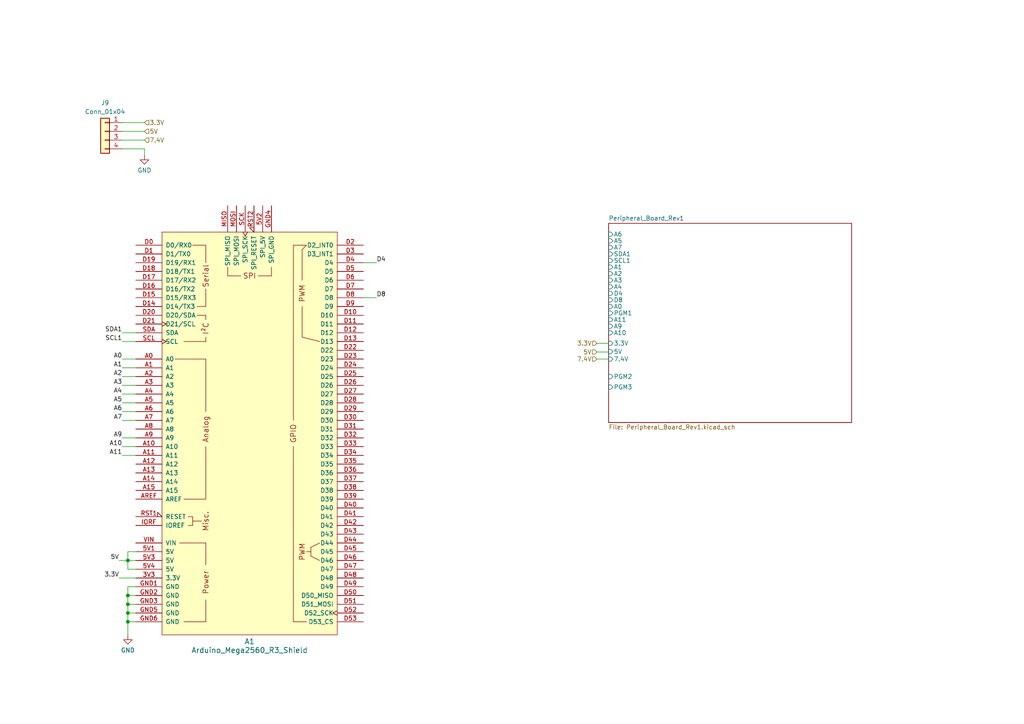
<source format=kicad_sch>
(kicad_sch (version 20230121) (generator eeschema)
  (paper "A4")
  (title_block (title "Suborbital Peripheral Board") (date "3/26/2024") (rev "1") (company "Rose SmallSat") (comment 1 "Author: Timothy Ausec '26"))
  (lib_symbols
    (symbol "Connector_Generic:Conn_01x04" (pin_names (offset 1.016) hide)
      (property "Reference" "J" (at 0 5.08 0))
      (property "Value" "Conn_01x04" (at 0 -7.62 0))
      (symbol "Conn_01x04_1_1"
        (rectangle (start -1.27 -4.953) (end 0 -5.207) (stroke (width 0.1524)))
        (rectangle (start -1.27 -2.413) (end 0 -2.667) (stroke (width 0.1524)))
        (rectangle (start -1.27 0.127) (end 0 -0.127) (stroke (width 0.1524)))
        (rectangle (start -1.27 2.667) (end 0 2.413) (stroke (width 0.1524)))
        (rectangle (start -1.27 3.81) (end 1.27 -6.35) (stroke (width 0.254)) (fill (type background)))
        (pin passive line (at -5.08 2.54 0) (length 3.81) (name "Pin_1") (number "1"))
        (pin passive line (at -5.08 0 0) (length 3.81) (name "Pin_2") (number "2"))
        (pin passive line (at -5.08 -2.54 0) (length 3.81) (name "Pin_3") (number "3"))
        (pin passive line (at -5.08 -5.08 0) (length 3.81) (name "Pin_4") (number "4"))
      )
    )
    (symbol "arduino-library:Arduino_Mega2560_R3_Shield" (pin_names (offset 1.016))
      (property "Reference" "A" (at 0 -62.23 0))
      (property "Value" "Arduino_Mega2560_R3_Shield" (at 0 -66.04 0))
      (symbol "Arduino_Mega2560_R3_Shield_0_0"
        (rectangle (start -25.4 -58.42) (end 25.4 58.42) (fill (type background)))
        (rectangle (start -20.32 -31.75) (end -12.7 -31.75))
        (rectangle (start -19.05 -54.61) (end -12.7 -54.61))
        (rectangle (start -19.05 -19.05) (end -12.7 -19.05))
        (rectangle (start -19.05 26.67) (end -12.7 26.67))
        (rectangle (start -17.78 -26.67) (end -16.51 -26.67))
        (rectangle (start -17.78 -24.13) (end -16.51 -24.13))
        (rectangle (start -16.51 -25.4) (end -13.97 -25.4))
        (rectangle (start -16.51 -24.13) (end -16.51 -26.67))
        (rectangle (start -16.51 54.61) (end -12.7 54.61))
        (rectangle (start -15.24 34.29) (end -12.7 34.29))
        (rectangle (start -15.24 36.83) (end -12.7 36.83))
        (rectangle (start -12.7 -54.61) (end -12.7 -48.26))
        (rectangle (start -12.7 -31.75) (end -12.7 -38.1))
        (rectangle (start -12.7 26.67) (end -12.7 27.94))
        (rectangle (start -12.7 34.29) (end -12.7 33.02))
        (rectangle (start -12.7 41.91) (end -12.7 36.83))
        (rectangle (start -12.7 49.53) (end -12.7 54.61))
        (rectangle (start -6.35 48.26) (end -6.35 45.72))
        (rectangle (start -2.54 45.72) (end -6.35 45.72))
        (polyline (pts (xy -21.59 21.59) (xy -12.7 21.59)))
        (polyline (pts (xy -12.7 -19.05) (xy -12.7 -3.81)))
        (polyline (pts (xy -12.7 6.35) (xy -12.7 21.59)))
        (polyline (pts (xy 12.7 -54.61) (xy 16.51 -54.61)))
        (polyline (pts (xy 12.7 54.61) (xy 16.51 54.61)))
        (polyline (pts (xy 17.78 -34.29) (xy 16.51 -34.29)))
        (polyline (pts (xy 15.24 36.83) (xy 15.24 27.94) (xy 20.32 26.67)))
        (polyline (pts (xy 15.24 44.45) (xy 15.24 53.34) (xy 16.51 54.61)))
        (polyline (pts (xy 20.32 -31.75) (xy 17.78 -33.02) (xy 17.78 -35.56) (xy 20.32 -36.83)))
        (rectangle (start 6.35 45.72) (end 2.54 45.72))
        (rectangle (start 6.35 48.26) (end 6.35 45.72))
        (text "Analog" (at -12.7 1.27 900) (effects (font (size 1.524 1.524))))
        (text "I²C" (at -12.7 30.48 900) (effects (font (size 1.524 1.524))))
        (text "Misc." (at -12.7 -25.4 900) (effects (font (size 1.524 1.524))))
        (text "Power" (at -12.7 -43.18 900) (effects (font (size 1.524 1.524))))
        (text "PWM" (at 15.24 -34.29 900) (effects (font (size 1.524 1.524))))
        (text "PWM" (at 15.24 40.64 900) (effects (font (size 1.524 1.524))))
        (text "Serial" (at -12.7 45.72 900) (effects (font (size 1.524 1.524))))
        (text "SPI" (at 0 45.72 0) (effects (font (size 1.524 1.524))))
      )
      (symbol "Arduino_Mega2560_R3_Shield_1_0"
        (rectangle (start 12.7 -54.61) (end 12.7 -3.81))
        (rectangle (start 12.7 54.61) (end 12.7 3.81))
        (text "GPIO" (at 12.7 0 900) (effects (font (size 1.524 1.524))))
      )
      (symbol "Arduino_Mega2560_R3_Shield_1_1"
        (pin power_out line (at -33.02 -41.91 0) (length 7.62) (name "3.3V") (number "3V3"))
        (pin power_in line (at -33.02 -34.29 0) (length 7.62) (name "5V") (number "5V1"))
        (pin power_in line (at 3.81 66.04 270) (length 7.62) (name "SPI_5V") (number "5V2"))
        (pin power_in line (at -33.02 -36.83 0) (length 7.62) (name "5V") (number "5V3"))
        (pin power_in line (at -33.02 -39.37 0) (length 7.62) (name "5V") (number "5V4"))
        (pin bidirectional line (at -33.02 21.59 0) (length 7.62) (name "A0") (number "A0"))
        (pin bidirectional line (at -33.02 19.05 0) (length 7.62) (name "A1") (number "A1"))
        (pin bidirectional line (at -33.02 -3.81 0) (length 7.62) (name "A10") (number "A10"))
        (pin bidirectional line (at -33.02 -6.35 0) (length 7.62) (name "A11") (number "A11"))
        (pin bidirectional line (at -33.02 -8.89 0) (length 7.62) (name "A12") (number "A12"))
        (pin bidirectional line (at -33.02 -11.43 0) (length 7.62) (name "A13") (number "A13"))
        (pin bidirectional line (at -33.02 -13.97 0) (length 7.62) (name "A14") (number "A14"))
        (pin bidirectional line (at -33.02 -16.51 0) (length 7.62) (name "A15") (number "A15"))
        (pin bidirectional line (at -33.02 16.51 0) (length 7.62) (name "A2") (number "A2"))
        (pin bidirectional line (at -33.02 13.97 0) (length 7.62) (name "A3") (number "A3"))
        (pin bidirectional line (at -33.02 11.43 0) (length 7.62) (name "A4") (number "A4"))
        (pin bidirectional line (at -33.02 8.89 0) (length 7.62) (name "A5") (number "A5"))
        (pin bidirectional line (at -33.02 6.35 0) (length 7.62) (name "A6") (number "A6"))
        (pin bidirectional line (at -33.02 3.81 0) (length 7.62) (name "A7") (number "A7"))
        (pin bidirectional line (at -33.02 1.27 0) (length 7.62) (name "A8") (number "A8"))
        (pin bidirectional line (at -33.02 -1.27 0) (length 7.62) (name "A9") (number "A9"))
        (pin input line (at -33.02 -19.05 0) (length 7.62) (name "AREF") (number "AREF"))
        (pin bidirectional line (at -33.02 54.61 0) (length 7.62) (name "D0/RX0") (number "D0"))
        (pin bidirectional line (at -33.02 52.07 0) (length 7.62) (name "D1/TX0") (number "D1"))
        (pin bidirectional line (at 33.02 34.29 180) (length 7.62) (name "D10") (number "D10"))
        (pin bidirectional line (at 33.02 31.75 180) (length 7.62) (name "D11") (number "D11"))
        (pin bidirectional line (at 33.02 29.21 180) (length 7.62) (name "D12") (number "D12"))
        (pin bidirectional line (at 33.02 26.67 180) (length 7.62) (name "D13") (number "D13"))
        (pin bidirectional line (at -33.02 36.83 0) (length 7.62) (name "D14/TX3") (number "D14"))
        (pin bidirectional line (at -33.02 39.37 0) (length 7.62) (name "D15/RX3") (number "D15"))
        (pin bidirectional line (at -33.02 41.91 0) (length 7.62) (name "D16/TX2") (number "D16"))
        (pin bidirectional line (at -33.02 44.45 0) (length 7.62) (name "D17/RX2") (number "D17"))
        (pin bidirectional line (at -33.02 46.99 0) (length 7.62) (name "D18/TX1") (number "D18"))
        (pin bidirectional line (at -33.02 49.53 0) (length 7.62) (name "D19/RX1") (number "D19"))
        (pin bidirectional line (at 33.02 54.61 180) (length 7.62) (name "D2_INT0") (number "D2"))
        (pin bidirectional line (at -33.02 34.29 0) (length 7.62) (name "D20/SDA") (number "D20"))
        (pin bidirectional clock (at -33.02 31.75 0) (length 7.62) (name "D21/SCL") (number "D21"))
        (pin bidirectional line (at 33.02 24.13 180) (length 7.62) (name "D22") (number "D22"))
        (pin bidirectional line (at 33.02 21.59 180) (length 7.62) (name "D23") (number "D23"))
        (pin bidirectional line (at 33.02 19.05 180) (length 7.62) (name "D24") (number "D24"))
        (pin bidirectional line (at 33.02 16.51 180) (length 7.62) (name "D25") (number "D25"))
        (pin bidirectional line (at 33.02 13.97 180) (length 7.62) (name "D26") (number "D26"))
        (pin bidirectional line (at 33.02 11.43 180) (length 7.62) (name "D27") (number "D27"))
        (pin bidirectional line (at 33.02 8.89 180) (length 7.62) (name "D28") (number "D28"))
        (pin bidirectional line (at 33.02 6.35 180) (length 7.62) (name "D29") (number "D29"))
        (pin bidirectional line (at 33.02 52.07 180) (length 7.62) (name "D3_INT1") (number "D3"))
        (pin bidirectional line (at 33.02 3.81 180) (length 7.62) (name "D30") (number "D30"))
        (pin bidirectional line (at 33.02 1.27 180) (length 7.62) (name "D31") (number "D31"))
        (pin bidirectional line (at 33.02 -1.27 180) (length 7.62) (name "D32") (number "D32"))
        (pin bidirectional line (at 33.02 -3.81 180) (length 7.62) (name "D33") (number "D33"))
        (pin bidirectional line (at 33.02 -6.35 180) (length 7.62) (name "D34") (number "D34"))
        (pin bidirectional line (at 33.02 -8.89 180) (length 7.62) (name "D35") (number "D35"))
        (pin bidirectional line (at 33.02 -11.43 180) (length 7.62) (name "D36") (number "D36"))
        (pin bidirectional line (at 33.02 -13.97 180) (length 7.62) (name "D37") (number "D37"))
        (pin bidirectional line (at 33.02 -16.51 180) (length 7.62) (name "D38") (number "D38"))
        (pin bidirectional line (at 33.02 -19.05 180) (length 7.62) (name "D39") (number "D39"))
        (pin bidirectional line (at 33.02 49.53 180) (length 7.62) (name "D4") (number "D4"))
        (pin bidirectional line (at 33.02 -21.59 180) (length 7.62) (name "D40") (number "D40"))
        (pin bidirectional line (at 33.02 -24.13 180) (length 7.62) (name "D41") (number "D41"))
        (pin bidirectional line (at 33.02 -26.67 180) (length 7.62) (name "D42") (number "D42"))
        (pin bidirectional line (at 33.02 -29.21 180) (length 7.62) (name "D43") (number "D43"))
        (pin bidirectional line (at 33.02 -31.75 180) (length 7.62) (name "D44") (number "D44"))
        (pin bidirectional line (at 33.02 -34.29 180) (length 7.62) (name "D45") (number "D45"))
        (pin bidirectional line (at 33.02 -36.83 180) (length 7.62) (name "D46") (number "D46"))
        (pin bidirectional line (at 33.02 -39.37 180) (length 7.62) (name "D47") (number "D47"))
        (pin bidirectional line (at 33.02 -41.91 180) (length 7.62) (name "D48") (number "D48"))
        (pin bidirectional line (at 33.02 -44.45 180) (length 7.62) (name "D49") (number "D49"))
        (pin bidirectional line (at 33.02 46.99 180) (length 7.62) (name "D5") (number "D5"))
        (pin bidirectional line (at 33.02 -46.99 180) (length 7.62) (name "D50_MISO") (number "D50"))
        (pin bidirectional line (at 33.02 -49.53 180) (length 7.62) (name "D51_MOSI") (number "D51"))
        (pin bidirectional clock (at 33.02 -52.07 180) (length 7.62) (name "D52_SCK") (number "D52"))
        (pin bidirectional line (at 33.02 -54.61 180) (length 7.62) (name "D53_CS") (number "D53"))
        (pin bidirectional line (at 33.02 44.45 180) (length 7.62) (name "D6") (number "D6"))
        (pin bidirectional line (at 33.02 41.91 180) (length 7.62) (name "D7") (number "D7"))
        (pin bidirectional line (at 33.02 39.37 180) (length 7.62) (name "D8") (number "D8"))
        (pin bidirectional line (at 33.02 36.83 180) (length 7.62) (name "D9") (number "D9"))
        (pin power_in line (at -33.02 -44.45 0) (length 7.62) (name "GND") (number "GND1"))
        (pin power_in line (at -33.02 -46.99 0) (length 7.62) (name "GND") (number "GND2"))
        (pin power_in line (at -33.02 -49.53 0) (length 7.62) (name "GND") (number "GND3"))
        (pin power_in line (at 6.35 66.04 270) (length 7.62) (name "SPI_GND") (number "GND4"))
        (pin power_in line (at -33.02 -52.07 0) (length 7.62) (name "GND") (number "GND5"))
        (pin power_in line (at -33.02 -54.61 0) (length 7.62) (name "GND") (number "GND6"))
        (pin output line (at -33.02 -26.67 0) (length 7.62) (name "IOREF") (number "IORF"))
        (pin input line (at -6.35 66.04 270) (length 7.62) (name "SPI_MISO") (number "MISO"))
        (pin output line (at -3.81 66.04 270) (length 7.62) (name "SPI_MOSI") (number "MOSI"))
        (pin open_collector input_low (at -33.02 -24.13 0) (length 7.62) (name "RESET") (number "RST1"))
        (pin open_collector input_low (at 1.27 66.04 270) (length 7.62) (name "SPI_RESET") (number "RST2"))
        (pin output clock (at -1.27 66.04 270) (length 7.62) (name "SPI_SCK") (number "SCK"))
        (pin bidirectional clock (at -33.02 26.67 0) (length 7.62) (name "SCL") (number "SCL"))
        (pin bidirectional line (at -33.02 29.21 0) (length 7.62) (name "SDA") (number "SDA"))
        (pin power_in line (at -33.02 -31.75 0) (length 7.62) (name "VIN") (number "VIN"))
      )
    )
    (symbol "power:GND" (power) (pin_names (offset 0))
      (property "Value" "GND" (at 0 -3.81 0))
      (symbol "GND_0_1"
        (polyline (pts (xy 0 0) (xy 0 -1.27) (xy 1.27 -1.27) (xy 0 -2.54) (xy -1.27 -1.27) (xy 0 -1.27)))
      )
      (symbol "GND_1_1"
        (pin power_in line (at 0 0 270) (length 0) hide (name "GND") (number "1"))
      )
    )
  )
  (junction (at 37.084 162.56))
  (junction (at 37.084 177.8))
  (junction (at 37.084 180.34))
  (junction (at 37.084 175.26))
  (junction (at 37.084 172.72))
  (wire (pts (xy 35.433 106.68) (xy 39.37 106.68)))
  (wire (pts (xy 34.544 167.64) (xy 39.37 167.64)))
  (wire (pts (xy 37.084 177.8) (xy 39.37 177.8)))
  (wire (pts (xy 37.084 180.34) (xy 37.084 184.277)))
  (wire (pts (xy 35.433 129.54) (xy 39.37 129.54)))
  (wire (pts (xy 39.37 160.02) (xy 37.084 160.02)))
  (wire (pts (xy 35.433 109.22) (xy 39.37 109.22)))
  (wire (pts (xy 173.101 104.14) (xy 176.53 104.14)))
  (wire (pts (xy 173.101 102.108) (xy 176.53 102.108)))
  (wire (pts (xy 37.084 162.56) (xy 37.084 165.1)))
  (wire (pts (xy 37.084 170.18) (xy 37.084 172.72)))
  (wire (pts (xy 35.56 40.64) (xy 41.91 40.64)))
  (wire (pts (xy 37.084 172.72) (xy 39.37 172.72)))
  (wire (pts (xy 35.56 35.56) (xy 41.91 35.56)))
  (wire (pts (xy 35.433 121.92) (xy 39.37 121.92)))
  (wire (pts (xy 34.544 162.56) (xy 37.084 162.56)))
  (wire (pts (xy 105.41 76.2) (xy 109.22 76.2)))
  (wire (pts (xy 176.53 101.981) (xy 176.53 102.108)))
  (wire (pts (xy 173.101 99.568) (xy 176.53 99.568)))
  (wire (pts (xy 37.084 180.34) (xy 39.37 180.34)))
  (wire (pts (xy 35.433 119.38) (xy 39.37 119.38)))
  (wire (pts (xy 37.084 175.26) (xy 37.084 177.8)))
  (wire (pts (xy 37.084 172.72) (xy 37.084 175.26)))
  (wire (pts (xy 35.433 116.84) (xy 39.37 116.84)))
  (wire (pts (xy 35.433 127) (xy 39.37 127)))
  (wire (pts (xy 35.56 43.18) (xy 41.91 43.18)))
  (wire (pts (xy 105.41 86.36) (xy 109.22 86.36)))
  (wire (pts (xy 37.084 175.26) (xy 39.37 175.26)))
  (wire (pts (xy 37.084 177.8) (xy 37.084 180.34)))
  (wire (pts (xy 35.433 132.08) (xy 39.37 132.08)))
  (wire (pts (xy 35.56 38.1) (xy 41.91 38.1)))
  (wire (pts (xy 35.433 99.06) (xy 39.37 99.06)))
  (wire (pts (xy 39.37 170.18) (xy 37.084 170.18)))
  (wire (pts (xy 41.91 43.18) (xy 41.91 45.085)))
  (wire (pts (xy 37.084 165.1) (xy 39.37 165.1)))
  (wire (pts (xy 35.433 114.3) (xy 39.37 114.3)))
  (wire (pts (xy 35.433 104.14) (xy 39.37 104.14)))
  (wire (pts (xy 35.433 111.76) (xy 39.37 111.76)))
  (wire (pts (xy 37.084 160.02) (xy 37.084 162.56)))
  (wire (pts (xy 35.433 96.52) (xy 39.37 96.52)))
  (wire (pts (xy 37.084 162.56) (xy 39.37 162.56)))
  (label "D8" (at 109.22 86.36 0))
  (label "A4" (at 35.433 114.3 180))
  (label "5V" (at 34.544 162.56 180))
  (label "A5" (at 35.433 116.84 180))
  (label "A9" (at 35.433 127 180))
  (label "A1" (at 35.433 106.68 180))
  (label "A2" (at 35.433 109.22 180))
  (label "A11" (at 35.433 132.08 180))
  (label "A7" (at 35.433 121.92 180))
  (label "A3" (at 35.433 111.76 180))
  (label "SDA1" (at 35.433 96.52 180))
  (label "SCL1" (at 35.433 99.06 180))
  (label "A10" (at 35.433 129.54 180))
  (label "A0" (at 35.433 104.14 180))
  (label "A6" (at 35.433 119.38 180))
  (label "D4" (at 109.22 76.2 0))
  (label "3.3V" (at 34.544 167.64 180))
  (hierarchical_label "7.4V" (shape input) (at 41.91 40.64 0))
  (hierarchical_label "5V" (shape input) (at 173.101 102.108 180))
  (hierarchical_label "7.4V" (shape input) (at 173.101 104.14 180))
  (hierarchical_label "3.3V" (shape input) (at 173.101 99.568 180))
  (hierarchical_label "3.3V" (shape input) (at 41.91 35.56 0))
  (hierarchical_label "5V" (shape input) (at 41.91 38.1 0))
  (symbol (lib_id "power:GND") (at 41.91 45.085 0) (unit 1)
    (property "Reference" "#PWR041" (effects hide))
    (property "Value" "GND" (at 41.91 49.403 0))
  )
  (symbol (lib_id "arduino-library:Arduino_Mega2560_R3_Shield") (at 72.39 125.73 0) (unit 1)
    (property "Reference" "A1" (at 72.39 186.055 0) (effects (font (size 1.524 1.524))))
    (property "Value" "Arduino_Mega2560_R3_Shield" (at 72.39 188.595 0) (effects (font (size 1.524 1.524))))
    (property "Footprint" "PCM_arduino-library:Arduino_Mega2560_R3_Shield" (effects hide))
    (property "Datasheet" "https://docs.arduino.cc/hardware/mega-2560" (effects hide))
  )
  (symbol (lib_id "Connector_Generic:Conn_01x04") (at 30.48 38.1 0) (mirror y) (unit 1)
    (property "Reference" "J9" (at 30.48 29.845 0))
    (property "Value" "Conn_01x04" (at 30.48 32.385 0))
    (property "Footprint" "Connector_PinSocket_2.54mm:PinSocket_1x04_P2.54mm_Vertical" (effects hide))
  )
  (symbol (lib_id "power:GND") (at 37.084 184.277 0) (unit 1)
    (property "Reference" "#PWR01" (effects hide))
    (property "Value" "GND" (at 37.084 188.595 0))
  )
  (sheet (at 176.53 64.77) (size 70.485 57.785) (stroke (width 0.1524))
    (property "Sheetname" "Peripheral_Board_Rev1" (at 176.53 64.0584 0) (effects (justify left bottom)))
    (property "Sheetfile" "Peripheral_Board_Rev1.kicad_sch" (at 176.53 123.1396 0) (effects (justify left top)))
    (pin "A6" input (at 176.53 67.945 180))
    (pin "A5" input (at 176.53 69.85 180))
    (pin "A7" input (at 176.53 71.755 180))
    (pin "SDA1" input (at 176.53 73.66 180))
    (pin "SCL1" input (at 176.53 75.565 180))
    (pin "A1" input (at 176.53 77.47 180))
    (pin "A2" input (at 176.53 79.375 180))
    (pin "A3" input (at 176.53 81.28 180))
    (pin "A4" input (at 176.53 83.185 180))
    (pin "D4" input (at 176.53 85.09 180))
    (pin "D8" input (at 176.53 86.995 180))
    (pin "A0" input (at 176.53 88.9 180))
    (pin "PGM1" input (at 176.53 90.805 180))
    (pin "A11" input (at 176.53 92.71 180))
    (pin "A9" input (at 176.53 94.615 180))
    (pin "A10" input (at 176.53 96.52 180))
    (pin "3.3V" input (at 176.53 99.568 180))
    (pin "5V" input (at 176.53 101.981 180))
    (pin "7.4V" input (at 176.53 104.14 180))
    (pin "PGM3" input (at 176.53 112.268 180))
    (pin "PGM2" input (at 176.53 109.22 180))
  )
)
</source>
